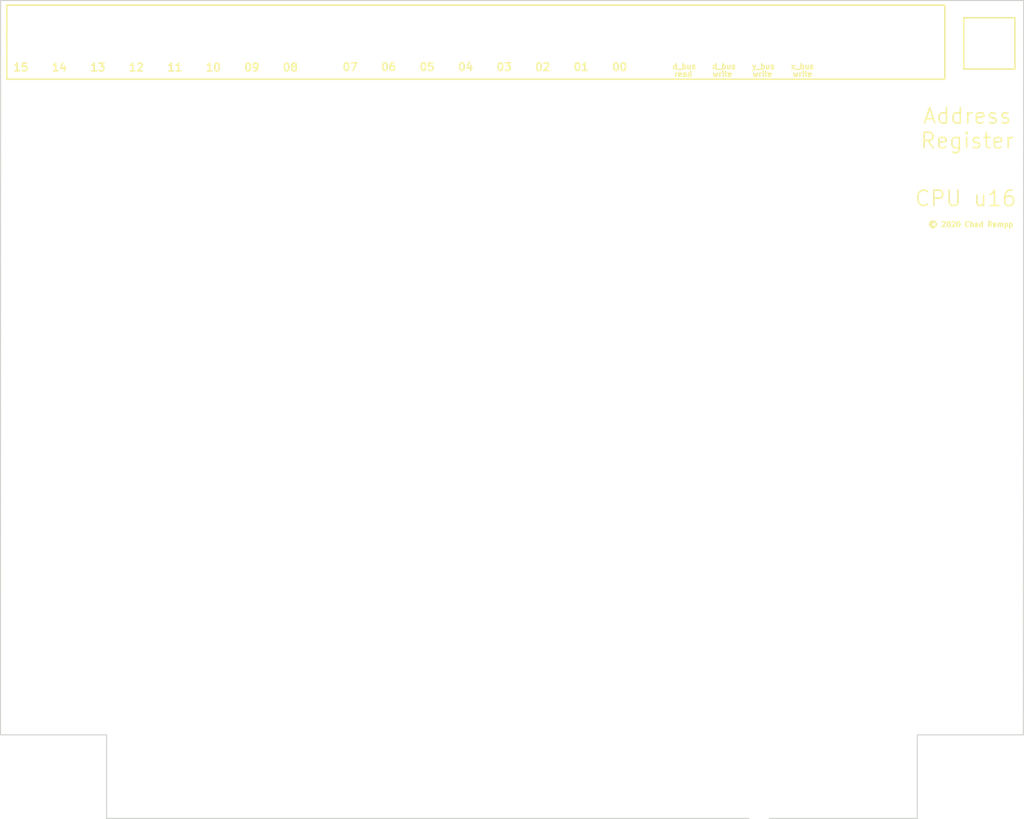
<source format=kicad_pcb>
(kicad_pcb (version 20171130) (host pcbnew "(5.1.8)-1")

  (general
    (thickness 1.6)
    (drawings 25)
    (tracks 0)
    (zones 0)
    (modules 1)
    (nets 115)
  )

  (page USLetter)
  (title_block
    (title "General Purpose Register")
    (date 2020-04-22)
    (rev 1.0)
  )

  (layers
    (0 F.Cu signal)
    (31 B.Cu signal)
    (32 B.Adhes user)
    (33 F.Adhes user)
    (34 B.Paste user)
    (35 F.Paste user)
    (36 B.SilkS user)
    (37 F.SilkS user)
    (38 B.Mask user)
    (39 F.Mask user)
    (40 Dwgs.User user)
    (41 Cmts.User user)
    (42 Eco1.User user)
    (43 Eco2.User user)
    (44 Edge.Cuts user)
    (45 Margin user)
    (46 B.CrtYd user)
    (47 F.CrtYd user)
    (48 B.Fab user hide)
    (49 F.Fab user hide)
  )

  (setup
    (last_trace_width 0.25)
    (user_trace_width 0.25)
    (user_trace_width 0.4)
    (user_trace_width 0.5)
    (trace_clearance 0.2)
    (zone_clearance 0.508)
    (zone_45_only no)
    (trace_min 0.127)
    (via_size 0.8)
    (via_drill 0.4)
    (via_min_size 0.45)
    (via_min_drill 0.2)
    (user_via 0.8 0.4)
    (user_via 1.6 0.8)
    (uvia_size 0.3)
    (uvia_drill 0.1)
    (uvias_allowed no)
    (uvia_min_size 0.2)
    (uvia_min_drill 0.1)
    (edge_width 0.1)
    (segment_width 0.2)
    (pcb_text_width 0.3)
    (pcb_text_size 1.5 1.5)
    (mod_edge_width 0.153)
    (mod_text_size 0.8 0.8)
    (mod_text_width 0.153)
    (pad_size 1.524 1.524)
    (pad_drill 0.762)
    (pad_to_mask_clearance 0)
    (aux_axis_origin 0 0)
    (visible_elements 7FFFFFFF)
    (pcbplotparams
      (layerselection 0x3d0fc_ffffffff)
      (usegerberextensions false)
      (usegerberattributes false)
      (usegerberadvancedattributes false)
      (creategerberjobfile false)
      (excludeedgelayer true)
      (linewidth 0.100000)
      (plotframeref false)
      (viasonmask false)
      (mode 1)
      (useauxorigin false)
      (hpglpennumber 1)
      (hpglpenspeed 20)
      (hpglpendiameter 15.000000)
      (psnegative false)
      (psa4output false)
      (plotreference true)
      (plotvalue true)
      (plotinvisibletext false)
      (padsonsilk false)
      (subtractmaskfromsilk false)
      (outputformat 1)
      (mirror false)
      (drillshape 0)
      (scaleselection 1)
      (outputdirectory "production/"))
  )

  (net_class Default "This is the default net class."
    (clearance 0.2)
    (trace_width 0.25)
    (via_dia 0.8)
    (via_drill 0.4)
    (uvia_dia 0.3)
    (uvia_drill 0.1)
  )

  (net_class Power ""
    (clearance 0.2)
    (trace_width 0.5)
    (via_dia 1.6)
    (via_drill 0.8)
    (uvia_dia 0.3)
    (uvia_drill 0.1)
  )

  (gr_text "07    06    05    04    03    02    01    00" (at 144.64 45.3) (layer F.SilkS) (tstamp 5FC3042E)
    (effects (font (size 0.76 0.76) (thickness 0.153)))
  )
  (gr_text "Beveled Fingers (chamfers)" (at 252.3 145) (layer F.Fab)
    (effects (font (size 1 1) (thickness 0.15)))
  )
  (gr_line (start 97.9 39.25) (end 189.6 39.25) (layer F.SilkS) (width 0.153) (tstamp 5FC30452))
  (gr_line (start 97.9 46.5) (end 97.9 39.25) (layer F.SilkS) (width 0.153) (tstamp 5FC3044F))
  (gr_line (start 189.6 46.5) (end 97.9 46.5) (layer F.SilkS) (width 0.153) (tstamp 5FC30440))
  (gr_line (start 189.6 39.25) (end 189.6 46.5) (layer F.SilkS) (width 0.153) (tstamp 5FC30437))
  (gr_text "read     write     write     write" (at 169.9 46) (layer F.SilkS) (tstamp 5FC30428)
    (effects (font (size 0.53 0.53) (thickness 0.125)))
  )
  (gr_text "d_bus    d_bus    y_bus    x_bus" (at 169.9 45.25) (layer F.SilkS) (tstamp 5FC3042B)
    (effects (font (size 0.53 0.53) (thickness 0.125)))
  )
  (gr_text "15    14    13    12    11    10    09    08" (at 112.45 45.34) (layer F.SilkS) (tstamp 5FC30425)
    (effects (font (size 0.76 0.76) (thickness 0.153)))
  )
  (gr_line (start 186.91 118.8) (end 186.91 110.63) (layer Edge.Cuts) (width 0.1) (tstamp 5FC30455))
  (gr_line (start 107.66 118.8) (end 107.66 110.63) (layer Edge.Cuts) (width 0.1) (tstamp 5FC30449))
  (gr_line (start 186.91 118.8) (end 172.42 118.8) (layer Edge.Cuts) (width 0.1) (tstamp 5FC3043D))
  (gr_line (start 170.466 118.8) (end 107.66 118.8) (layer Edge.Cuts) (width 0.1) (tstamp 5FC30446))
  (gr_line (start 107.66 110.63) (end 97.29 110.63) (layer Edge.Cuts) (width 0.1) (tstamp 5FC3044C))
  (gr_line (start 97.3 38.8) (end 197.3 38.8) (layer Edge.Cuts) (width 0.1) (tstamp 5FC30443))
  (gr_line (start 97.29 110.63) (end 97.3 38.8) (layer Edge.Cuts) (width 0.1) (tstamp 5FC3043A))
  (gr_line (start 197.28 110.63) (end 186.91 110.63) (layer Edge.Cuts) (width 0.1) (tstamp 5FC30410))
  (gr_line (start 197.3 38.8) (end 197.28 110.63) (layer Edge.Cuts) (width 0.1) (tstamp 5FC3041F))
  (gr_line (start 191.45 45.5) (end 191.45 40.491) (layer F.SilkS) (width 0.15) (tstamp 5FC30419))
  (gr_line (start 196.45 45.5) (end 191.45 45.5) (layer F.SilkS) (width 0.15) (tstamp 5FC30413))
  (gr_line (start 196.45 40.491) (end 196.45 45.5) (layer F.SilkS) (width 0.15) (tstamp 5FC3041C))
  (gr_line (start 191.45 40.491) (end 196.45 40.491) (layer F.SilkS) (width 0.15) (tstamp 5FC30416))
  (gr_text "Address\nRegister" (at 191.8 51.3) (layer F.SilkS) (tstamp 5FC30434)
    (effects (font (size 1.5 1.5) (thickness 0.15)))
  )
  (gr_text "© 2020 Chad Rempp" (at 192.144 60.701) (layer F.SilkS) (tstamp 5FC30422)
    (effects (font (size 0.5 0.5) (thickness 0.125)))
  )
  (gr_text "CPU u16" (at 191.636 58.161) (layer F.SilkS) (tstamp 5FC30431)
    (effects (font (size 1.5 1.5) (thickness 0.15)))
  )
)

</source>
